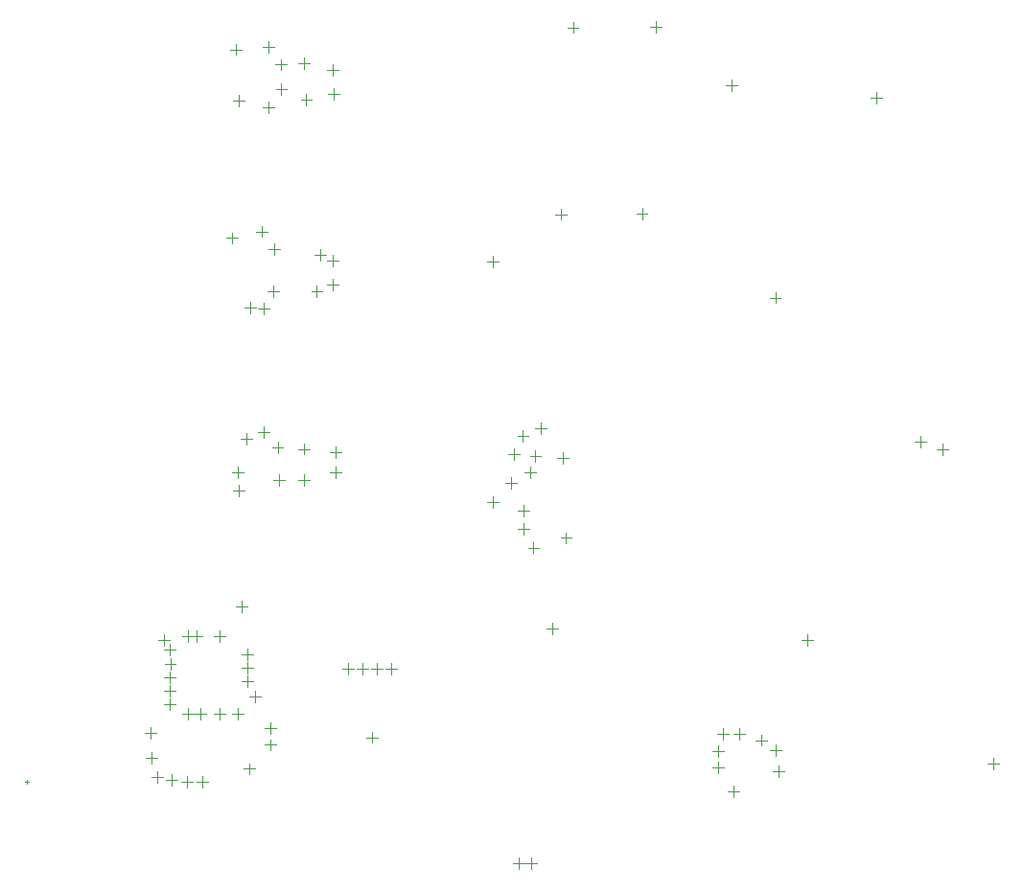
<source format=gbr>
G04*
G04 #@! TF.GenerationSoftware,Altium Limited,Altium Designer,24.2.2 (26)*
G04*
G04 Layer_Color=32896*
%FSLAX25Y25*%
%MOIN*%
G70*
G04*
G04 #@! TF.SameCoordinates,83FD6BF8-7FB9-4712-9294-79CC625926FD*
G04*
G04*
G04 #@! TF.FilePolarity,Positive*
G04*
G01*
G75*
%ADD185C,0.00394*%
D185*
X215591Y-231736D02*
X219528D01*
X217560Y-233704D02*
Y-229767D01*
X205063Y-171246D02*
X209000D01*
X207032Y-173214D02*
Y-169278D01*
X232945Y-89654D02*
X236882D01*
X234913Y-91623D02*
Y-87686D01*
X261872Y-89614D02*
X265809D01*
X263841Y-91583D02*
Y-87646D01*
X228855Y-154674D02*
X232792D01*
X230823Y-156642D02*
Y-152705D01*
X256935Y-154530D02*
X260872D01*
X258904Y-156498D02*
Y-152561D01*
X220143Y-246407D02*
Y-242470D01*
X218174Y-244438D02*
X222111D01*
X230574Y-267306D02*
X234510D01*
X232542Y-269275D02*
Y-265338D01*
X219263Y-270663D02*
X223200D01*
X221232Y-272632D02*
Y-268695D01*
X217676Y-259763D02*
Y-255826D01*
X215707Y-257795D02*
X219644D01*
X207189Y-256860D02*
Y-252923D01*
X205220Y-254892D02*
X209157D01*
X217658Y-266037D02*
Y-262100D01*
X215689Y-264068D02*
X219626D01*
X213524Y-250040D02*
Y-246103D01*
X211555Y-248071D02*
X215492D01*
X212433Y-238253D02*
X216370D01*
X214401Y-240221D02*
Y-236284D01*
X221749Y-229154D02*
X225686D01*
X223717Y-231122D02*
Y-227185D01*
X231271Y-241431D02*
Y-237494D01*
X229302Y-239463D02*
X233239D01*
X221871Y-240846D02*
Y-236909D01*
X219902Y-238878D02*
X223839D01*
X115772Y-97346D02*
X119709D01*
X117741Y-99315D02*
Y-95378D01*
X127021Y-96500D02*
X130957D01*
X128989Y-98469D02*
Y-94532D01*
X133281Y-104592D02*
Y-100655D01*
X131313Y-102623D02*
X135250D01*
X139443Y-102268D02*
X143380D01*
X141411Y-104237D02*
Y-100300D01*
X149455Y-104434D02*
X153392D01*
X151423Y-106402D02*
Y-102465D01*
X116747Y-115063D02*
X120685D01*
X118716Y-117031D02*
Y-113094D01*
X127193Y-117495D02*
X131130D01*
X129162Y-119464D02*
Y-115527D01*
X133565Y-113255D02*
Y-109318D01*
X131597Y-111286D02*
X135534D01*
X140244Y-114845D02*
X144181D01*
X142212Y-116814D02*
Y-112877D01*
X149810Y-112706D02*
X153747D01*
X151778Y-114675D02*
Y-110738D01*
X338525Y-114267D02*
X342462D01*
X340494Y-116235D02*
Y-112298D01*
X288020Y-109733D02*
X291957D01*
X289988Y-111701D02*
Y-107764D01*
X303287Y-183679D02*
X307224D01*
X305255Y-185648D02*
Y-181711D01*
X316478Y-304714D02*
Y-300778D01*
X314509Y-302746D02*
X318446D01*
X355865Y-235827D02*
Y-231890D01*
X353897Y-233858D02*
X357834D01*
X361507Y-236441D02*
X365444D01*
X363475Y-238410D02*
Y-234473D01*
X124304Y-324429D02*
Y-320492D01*
X122336Y-322461D02*
X126273D01*
X44411Y-352105D02*
X45828D01*
X45119Y-352814D02*
Y-351396D01*
X169646Y-312761D02*
X173583D01*
X171615Y-314729D02*
Y-310792D01*
X163089Y-336680D02*
X167026D01*
X165058Y-338649D02*
Y-334712D01*
X156615Y-314729D02*
Y-310792D01*
X154647Y-312761D02*
X158583D01*
X159646Y-312761D02*
X163583D01*
X161615Y-314729D02*
Y-310792D01*
X164646Y-312761D02*
X168583D01*
X166615Y-314729D02*
Y-310792D01*
X88288Y-345916D02*
Y-341979D01*
X86320Y-343947D02*
X90257D01*
X120556Y-347624D02*
X124493D01*
X122524Y-349593D02*
Y-345656D01*
X105988Y-354184D02*
Y-350247D01*
X104020Y-352215D02*
X107957D01*
X127716Y-333394D02*
X131653D01*
X129684Y-335362D02*
Y-331425D01*
X127716Y-339307D02*
X131653D01*
X129684Y-341275D02*
Y-337338D01*
X118354Y-330373D02*
Y-326436D01*
X116386Y-328405D02*
X120323D01*
X112055Y-330374D02*
Y-326436D01*
X110087Y-328405D02*
X114024D01*
X105362Y-330374D02*
Y-326437D01*
X103394Y-328405D02*
X107331D01*
X100840Y-354183D02*
Y-350246D01*
X98871Y-352215D02*
X102808D01*
X95421Y-353522D02*
Y-349585D01*
X93453Y-351553D02*
X97390D01*
X90424Y-352491D02*
Y-348554D01*
X88456Y-350523D02*
X92393D01*
X101032Y-330373D02*
Y-326436D01*
X99063Y-328405D02*
X103000D01*
X92665Y-325157D02*
X96602D01*
X94634Y-327126D02*
Y-323189D01*
X92665Y-320433D02*
X96602D01*
X94634Y-322401D02*
Y-318464D01*
X86094Y-335177D02*
X90031D01*
X88062Y-337146D02*
Y-333209D01*
X121602Y-319251D02*
Y-315314D01*
X119634Y-317283D02*
X123571D01*
X119634Y-312559D02*
X123571D01*
X121602Y-314527D02*
Y-310590D01*
X119634Y-307834D02*
X123571D01*
X121602Y-309803D02*
Y-305866D01*
X112055Y-303405D02*
Y-299468D01*
X110087Y-301437D02*
X114024D01*
X104181Y-303405D02*
Y-299468D01*
X102213Y-301436D02*
X106150D01*
X101032Y-303405D02*
Y-299468D01*
X99063Y-301436D02*
X103000D01*
X117764Y-291191D02*
X121701D01*
X119732Y-293160D02*
Y-289223D01*
X92961Y-311065D02*
X96898D01*
X94929Y-313033D02*
Y-309096D01*
X92665Y-315708D02*
X96602D01*
X94634Y-317677D02*
Y-313740D01*
X92665Y-306259D02*
X96602D01*
X94634Y-308228D02*
Y-304291D01*
X90633Y-302716D02*
X94570D01*
X92602Y-304684D02*
Y-300747D01*
X128748Y-181435D02*
X132685D01*
X130716Y-183403D02*
Y-179466D01*
X127322Y-189390D02*
Y-185453D01*
X125354Y-187421D02*
X129291D01*
X129139Y-166874D02*
X133076D01*
X131107Y-168842D02*
Y-164905D01*
X126789Y-162651D02*
Y-158714D01*
X124820Y-160683D02*
X128757D01*
X116267Y-164930D02*
Y-160994D01*
X114298Y-162962D02*
X118236D01*
X141417Y-249119D02*
Y-245182D01*
X139448Y-247151D02*
X143385D01*
X152485Y-246330D02*
Y-242393D01*
X150516Y-244361D02*
X154453D01*
X150521Y-237603D02*
X154458D01*
X152490Y-239572D02*
Y-235635D01*
X139448Y-236319D02*
X143385D01*
X141417Y-238287D02*
Y-234350D01*
X151423Y-181189D02*
Y-177252D01*
X149455Y-179220D02*
X153392D01*
X151337Y-172656D02*
Y-168719D01*
X149368Y-170687D02*
X153305D01*
X145113Y-168884D02*
X149050D01*
X147081Y-170852D02*
Y-166915D01*
X130824Y-247185D02*
X134761D01*
X132792Y-249154D02*
Y-245217D01*
X132237Y-237866D02*
Y-233929D01*
X130268Y-235898D02*
X134205D01*
X145873Y-183354D02*
Y-179417D01*
X143905Y-181386D02*
X147842D01*
X118606Y-252846D02*
Y-248909D01*
X116637Y-250878D02*
X120574D01*
X127322Y-232354D02*
Y-228417D01*
X125354Y-230386D02*
X129291D01*
X120701Y-187188D02*
X124638D01*
X122669Y-189157D02*
Y-185220D01*
X119495Y-232748D02*
X123432D01*
X121464Y-234717D02*
Y-230780D01*
X300530Y-339631D02*
Y-335694D01*
X298562Y-337662D02*
X302499D01*
X216120Y-382569D02*
Y-378631D01*
X214151Y-380600D02*
X218088D01*
X288685Y-355466D02*
X292622D01*
X290654Y-357435D02*
Y-353498D01*
X305496Y-343065D02*
Y-339128D01*
X303528Y-341096D02*
X307465D01*
X306479Y-350466D02*
Y-346529D01*
X304510Y-348498D02*
X308447D01*
X285418Y-349244D02*
Y-345307D01*
X283449Y-347276D02*
X287386D01*
X285418Y-343339D02*
Y-339402D01*
X283449Y-341370D02*
X287386D01*
X285080Y-335482D02*
X289017D01*
X287049Y-337451D02*
Y-333514D01*
X290654Y-335586D02*
X294591D01*
X292622Y-337555D02*
Y-333617D01*
X379134Y-345827D02*
X383071D01*
X381102Y-347795D02*
Y-343858D01*
X218451Y-380600D02*
X222388D01*
X220420Y-382569D02*
Y-378631D01*
X227749Y-300921D02*
Y-296984D01*
X225781Y-298952D02*
X229718D01*
X118354Y-246407D02*
Y-242470D01*
X116386Y-244438D02*
X120323D01*
M02*

</source>
